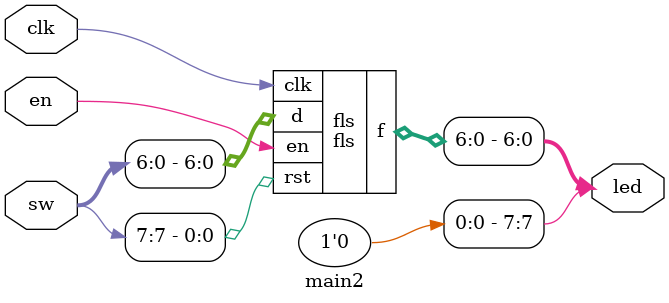
<source format=v>
`timescale 1ns/1ps

module fls(d, en, rst, clk, f);
    input [6:0] d;
    input en, rst, clk;
    output[6:0]f;

    reg [15:0] nextState=0;
    reg [6:0] a=0, b=0;
    reg [1:0] mode=0;
    wire[6:0] subtract;
    wire enPul, z;

    enPulse enPulse(clk, en, enPul);

    //       alu (a, b, f, y, z)
    alu #(7) alu1(a, b, 0, f, z);        // f = a+b
    alu #(7) alu2(d, a, 1, subtract, z); // subtract = d-a

    always @(posedge clk)
    begin
        if(rst)
            {mode, a, b} <= 0;
        else
            {mode, a, b} <= nextState;
    end


    always @(*)
    begin
        if(enPul)
            case (mode)
                0 : nextState = {2'd1, d, 7'b0};
                1 : nextState = {2'd2, a, subtract};
                2 : nextState = {2'd2, f, a};
                default : nextState = 0;
            endcase
        else
            nextState = {mode, a, b};
    end
endmodule


module main2(clk, sw, en, led);
    input clk, en;
    input [7:0] sw;
    output[7:0]led;

    assign led[7]=0;

    fls fls(sw[6:0], en, sw[7], clk, led[6:0]); //fls(d, en, rst, clk, f);
endmodule

</source>
